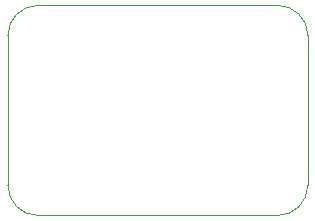
<source format=gbr>
%TF.GenerationSoftware,KiCad,Pcbnew,5.1.5+dfsg1-2~bpo10+1*%
%TF.CreationDate,Date%
%TF.ProjectId,Gesture Sensor,47657374-7572-4652-9053-656e736f722e,rev?*%
%TF.SameCoordinates,Original*%
%TF.FileFunction,Paste,Bot*%
%TF.FilePolarity,Positive*%
%FSLAX45Y45*%
G04 Gerber Fmt 4.5, Leading zero omitted, Abs format (unit mm)*
G04 Created by KiCad*
%MOMM*%
%LPD*%
G04 APERTURE LIST*
%ADD10C,0.050000*%
G04 APERTURE END LIST*
D10*
X13335000Y-6350000D02*
G75*
G02X13081000Y-6096000I0J254000D01*
G01*
X15367000Y-4572000D02*
G75*
G02X15621000Y-4826000I0J-254000D01*
G01*
X15621000Y-6096000D02*
G75*
G02X15367000Y-6350000I-254000J0D01*
G01*
X13081000Y-4826000D02*
G75*
G02X13335000Y-4572000I254000J0D01*
G01*
X13335000Y-4572000D02*
X15367000Y-4572000D01*
X13081000Y-4826000D02*
X13081000Y-6096000D01*
X15621000Y-4826000D02*
X15621000Y-6096000D01*
X13335000Y-6350000D02*
X15367000Y-6350000D01*
M02*

</source>
